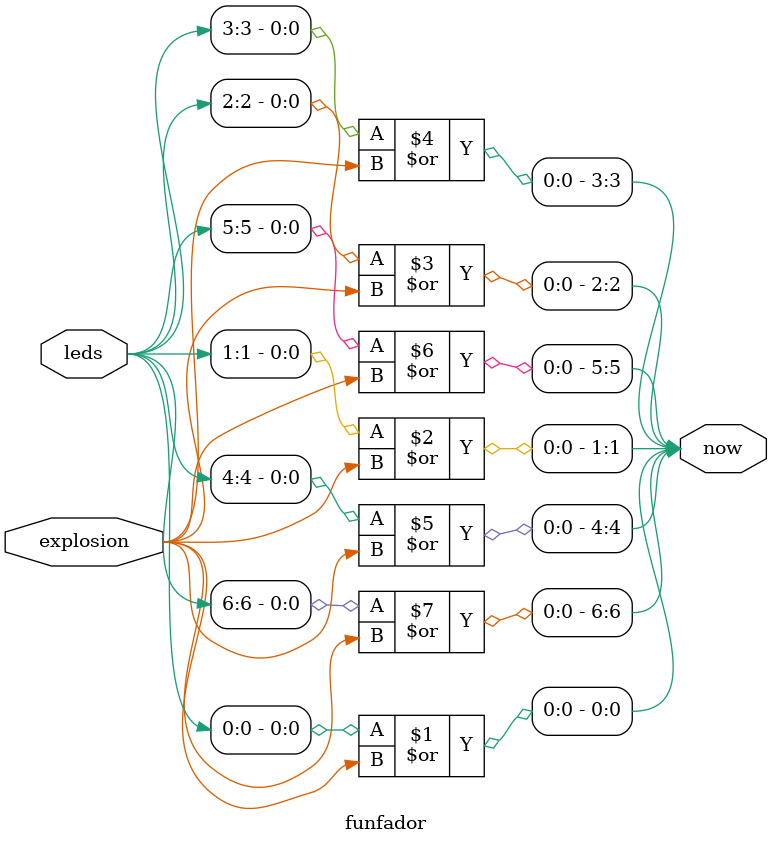
<source format=sv>
module funfador (
input [6:0] leds,
input explosion,
output [6:0]  now

);
assign now[0] = leds[0] | explosion;
assign now[1] = leds[1] | explosion;
assign now[2] = leds[2] | explosion;
assign now[3] = leds[3] | explosion;
assign now[4] = leds[4] | explosion;
assign now[5] = leds[5] | explosion;
assign now[6] = leds[6] | explosion;
endmodule
</source>
